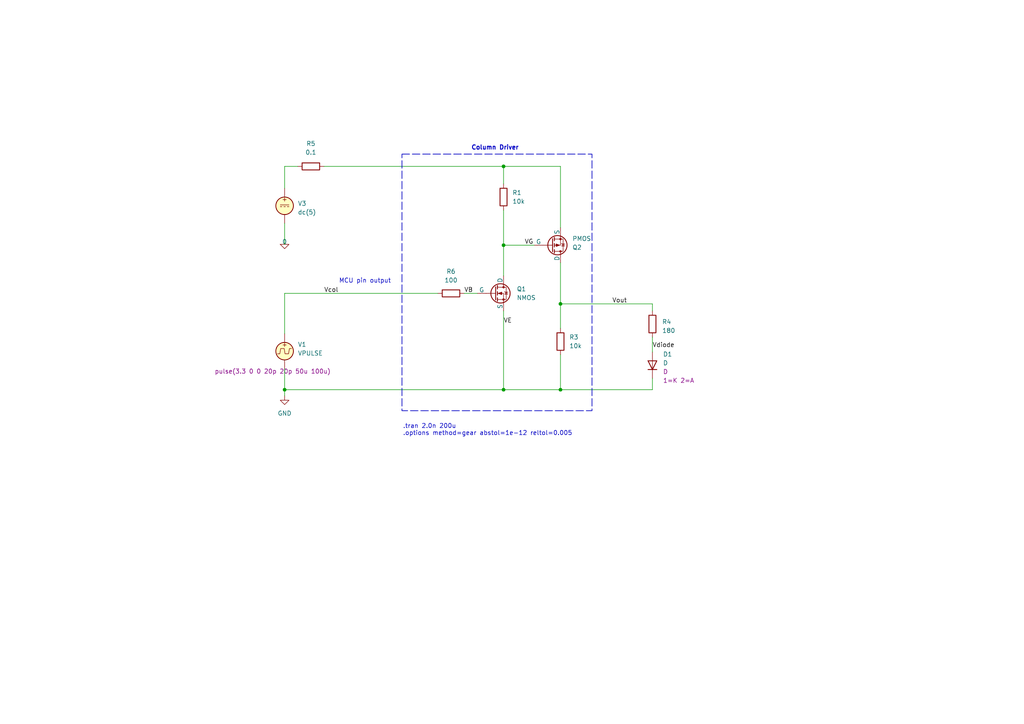
<source format=kicad_sch>
(kicad_sch (version 20250114) (generator "eeschema") (generator_version "9.0")
  (paper "A4")
  (lib_symbols
    (symbol "Device:R" (pin_numbers (hide yes)) (pin_names (offset 0))
      (property "Reference" "R" (at 2.032 0 90))
      (property "Value" "R" (at 0 0 90))
      (symbol "R_0_1"
        (rectangle (start -1.016 -2.54) (end 1.016 2.54) (stroke (width 0.254)))
      )
      (symbol "R_1_1"
        (pin passive line (at 0 3.81 270) (length 1.27) (name "~") (number "1"))
        (pin passive line (at 0 -3.81 90) (length 1.27) (name "~") (number "2"))
      )
    )
    (symbol "Simulation_SPICE:0" (power) (pin_names (offset 0))
      (property "Value" "0" (at 0 -1.778 0))
      (symbol "0_0_1"
        (polyline (pts (xy -1.27 0) (xy 0 -1.27) (xy 1.27 0) (xy -1.27 0)))
      )
      (symbol "0_1_1"
        (pin power_in line (at 0 0 0) (length 0) (hide yes) (name "0") (number "1"))
      )
    )
    (symbol "Simulation_SPICE:D" (pin_numbers (hide yes)) (pin_names (offset 1.016) (hide yes))
      (property "Reference" "D" (at 0 2.54 0))
      (property "Value" "D" (at 0 -2.54 0))
      (property "Sim.Device" "D" (at 0 0 0))
      (property "Sim.Pins" "1=K 2=A" (at 0 0 0))
      (symbol "D_0_1"
        (polyline (pts (xy -1.27 1.27) (xy -1.27 -1.27)) (stroke (width 0.254)))
        (polyline (pts (xy 1.27 1.27) (xy 1.27 -1.27) (xy -1.27 0) (xy 1.27 1.27)) (stroke (width 0.254)))
        (polyline (pts (xy 1.27 0) (xy -1.27 0)))
      )
      (symbol "D_1_1"
        (pin passive line (at -3.81 0 0) (length 2.54) (name "K") (number "1"))
        (pin passive line (at 3.81 0 180) (length 2.54) (name "A") (number "2"))
      )
    )
    (symbol "Simulation_SPICE:NMOS" (pin_numbers (hide yes)) (pin_names (offset 0))
      (property "Reference" "Q" (at 5.08 1.27 0))
      (property "Value" "NMOS" (at 5.08 -1.27 0))
      (symbol "NMOS_0_1"
        (polyline (pts (xy 0.254 1.905) (xy 0.254 -1.905)) (stroke (width 0.254)))
        (polyline (pts (xy 0.254 0) (xy -2.54 0)))
        (polyline (pts (xy 0.762 2.286) (xy 0.762 1.27)) (stroke (width 0.254)))
        (polyline (pts (xy 0.762 0.508) (xy 0.762 -0.508)) (stroke (width 0.254)))
        (polyline (pts (xy 0.762 -1.27) (xy 0.762 -2.286)) (stroke (width 0.254)))
        (polyline (pts (xy 0.762 -1.778) (xy 3.302 -1.778) (xy 3.302 1.778) (xy 0.762 1.778)))
        (polyline (pts (xy 1.016 0) (xy 2.032 0.381) (xy 2.032 -0.381) (xy 1.016 0)) (fill (type outline)))
        (circle (center 1.651 0) (radius 2.794) (stroke (width 0.254)))
        (polyline (pts (xy 2.54 2.54) (xy 2.54 1.778)))
        (circle (center 2.54 1.778) (radius 0.254) (fill (type outline)))
        (circle (center 2.54 -1.778) (radius 0.254) (fill (type outline)))
        (polyline (pts (xy 2.54 -2.54) (xy 2.54 0) (xy 0.762 0)))
        (polyline (pts (xy 2.794 0.508) (xy 2.921 0.381) (xy 3.683 0.381) (xy 3.81 0.254)))
        (polyline (pts (xy 3.302 0.381) (xy 2.921 -0.254) (xy 3.683 -0.254) (xy 3.302 0.381)))
      )
      (symbol "NMOS_1_1"
        (pin input line (at -5.08 0 0) (length 2.54) (name "G") (number "2"))
        (pin passive line (at 2.54 5.08 270) (length 2.54) (name "D") (number "1"))
        (pin passive line (at 2.54 -5.08 90) (length 2.54) (name "S") (number "3"))
      )
    )
    (symbol "Simulation_SPICE:PMOS" (pin_numbers (hide yes)) (pin_names (offset 0))
      (property "Reference" "Q" (at 5.08 1.27 0))
      (property "Value" "PMOS" (at 5.08 -1.27 0))
      (symbol "PMOS_0_1"
        (polyline (pts (xy 0.254 1.905) (xy 0.254 -1.905)) (stroke (width 0.254)))
        (polyline (pts (xy 0.254 0) (xy -2.54 0)))
        (polyline (pts (xy 0.762 2.286) (xy 0.762 1.27)) (stroke (width 0.254)))
        (polyline (pts (xy 0.762 1.778) (xy 3.302 1.778) (xy 3.302 -1.778) (xy 0.762 -1.778)))
        (polyline (pts (xy 0.762 0.508) (xy 0.762 -0.508)) (stroke (width 0.254)))
        (polyline (pts (xy 0.762 -1.27) (xy 0.762 -2.286)) (stroke (width 0.254)))
        (circle (center 1.651 0) (radius 2.794) (stroke (width 0.254)))
        (polyline (pts (xy 2.286 0) (xy 1.27 0.381) (xy 1.27 -0.381) (xy 2.286 0)) (fill (type outline)))
        (polyline (pts (xy 2.54 2.54) (xy 2.54 1.778)))
        (circle (center 2.54 1.778) (radius 0.254) (fill (type outline)))
        (circle (center 2.54 -1.778) (radius 0.254) (fill (type outline)))
        (polyline (pts (xy 2.54 -2.54) (xy 2.54 0) (xy 0.762 0)))
        (polyline (pts (xy 2.794 -0.508) (xy 2.921 -0.381) (xy 3.683 -0.381) (xy 3.81 -0.254)))
        (polyline (pts (xy 3.302 -0.381) (xy 2.921 0.254) (xy 3.683 0.254) (xy 3.302 -0.381)))
      )
      (symbol "PMOS_1_1"
        (pin input line (at -5.08 0 0) (length 2.54) (name "G") (number "2"))
        (pin passive line (at 2.54 5.08 270) (length 2.54) (name "D") (number "1"))
        (pin passive line (at 2.54 -5.08 90) (length 2.54) (name "S") (number "3"))
      )
    )
    (symbol "Simulation_SPICE:VDC" (pin_numbers (hide yes)) (pin_names (offset 0.0254))
      (property "Reference" "V" (at 2.54 2.54 0))
      (property "Value" "1" (at 2.54 0 0))
      (symbol "VDC_0_0"
        (polyline (pts (xy -1.27 0.254) (xy 1.27 0.254)))
        (polyline (pts (xy -0.762 -0.254) (xy -1.27 -0.254)))
        (polyline (pts (xy 0.254 -0.254) (xy -0.254 -0.254)))
        (polyline (pts (xy 1.27 -0.254) (xy 0.762 -0.254)))
        (text "+" (at 0 1.905 0) (effects (font (size 1.27 1.27))))
      )
      (symbol "VDC_0_1"
        (circle (center 0 0) (radius 2.54) (stroke (width 0.254)) (fill (type background)))
      )
      (symbol "VDC_1_1"
        (pin passive line (at 0 5.08 270) (length 2.54) (name "~") (number "1"))
        (pin passive line (at 0 -5.08 90) (length 2.54) (name "~") (number "2"))
      )
    )
    (symbol "Simulation_SPICE:VPULSE" (pin_numbers (hide yes)) (pin_names (offset 0.0254))
      (property "Reference" "V" (at 2.54 2.54 0))
      (property "Value" "VPULSE" (at 2.54 0 0))
      (property "Sim.Params" "y1=0 y2=1 td=2n tr=2n tf=2n tw=50n per=100n" (at 2.54 -2.54 0))
      (symbol "VPULSE_0_0"
        (polyline (pts (xy -2.032 -0.762) (xy -1.397 -0.762) (xy -1.143 0.762) (xy -0.127 0.762) (xy 0.127 -0.762) (xy 1.143 -0.762) (xy 1.397 0.762) (xy 2.032 0.762)))
        (text "+" (at 0 1.905 0) (effects (font (size 1.27 1.27))))
      )
      (symbol "VPULSE_0_1"
        (circle (center 0 0) (radius 2.54) (stroke (width 0.254)) (fill (type background)))
      )
      (symbol "VPULSE_1_1"
        (pin passive line (at 0 5.08 270) (length 2.54) (name "~") (number "1"))
        (pin passive line (at 0 -5.08 90) (length 2.54) (name "~") (number "2"))
      )
    )
    (symbol "power:GND" (power) (pin_names (offset 0))
      (property "Value" "GND" (at 0 -3.81 0))
      (symbol "GND_0_1"
        (polyline (pts (xy 0 0) (xy 0 -1.27) (xy 1.27 -1.27) (xy 0 -2.54) (xy -1.27 -1.27) (xy 0 -1.27)))
      )
      (symbol "GND_1_1"
        (pin power_in line (at 0 0 270) (length 0) (hide yes) (name "GND") (number "1"))
      )
    )
  )
  (rectangle (start 116.586 44.704) (end 171.704 119.126) (stroke (width 0.2) (type dash)))
  (text "MCU pin output" (at 98.298 82.296 0) (effects (font (size 1.27 1.27)) (justify left bottom)))
  (text ".tran 2.0n 200u\n.options method=gear abstol=1e-12 reltol=0.005" (at 116.84 126.492 0) (effects (font (size 1.27 1.27)) (justify left bottom)))
  (text "Column Driver" (at 136.652 43.688 0) (effects (font (size 1.27 1.27) (thickness 0.254) (bold yes)) (justify left bottom)))
  (junction (at 146.05 48.26))
  (junction (at 82.55 113.03))
  (junction (at 146.05 71.12))
  (junction (at 162.56 113.03))
  (junction (at 162.56 88.138))
  (junction (at 146.05 113.03))
  (wire (pts (xy 82.55 113.03) (xy 82.55 114.808)))
  (wire (pts (xy 162.56 48.26) (xy 162.56 66.04)))
  (wire (pts (xy 189.23 109.728) (xy 189.23 113.03)))
  (wire (pts (xy 162.56 113.03) (xy 189.23 113.03)))
  (wire (pts (xy 93.98 48.26) (xy 146.05 48.26)))
  (wire (pts (xy 162.56 88.138) (xy 189.23 88.138)))
  (wire (pts (xy 146.05 113.03) (xy 162.56 113.03)))
  (wire (pts (xy 146.05 90.17) (xy 146.05 113.03)))
  (wire (pts (xy 134.62 85.09) (xy 138.43 85.09)))
  (wire (pts (xy 189.23 97.79) (xy 189.23 102.108)))
  (wire (pts (xy 82.55 106.934) (xy 82.55 113.03)))
  (wire (pts (xy 146.05 71.12) (xy 146.05 80.01)))
  (wire (pts (xy 82.55 85.09) (xy 82.55 96.774)))
  (wire (pts (xy 146.05 71.12) (xy 146.05 60.96)))
  (wire (pts (xy 146.05 48.26) (xy 162.56 48.26)))
  (wire (pts (xy 189.23 88.138) (xy 189.23 90.17)))
  (wire (pts (xy 162.56 88.138) (xy 162.56 95.25)))
  (wire (pts (xy 82.55 54.61) (xy 82.55 48.26)))
  (wire (pts (xy 162.56 76.2) (xy 162.56 88.138)))
  (wire (pts (xy 82.55 113.03) (xy 146.05 113.03)))
  (wire (pts (xy 82.55 48.26) (xy 86.36 48.26)))
  (wire (pts (xy 146.05 48.26) (xy 146.05 53.34)))
  (wire (pts (xy 146.05 71.12) (xy 154.94 71.12)))
  (wire (pts (xy 82.55 64.77) (xy 82.55 70.866)))
  (wire (pts (xy 82.55 85.09) (xy 127 85.09)))
  (wire (pts (xy 162.56 102.87) (xy 162.56 113.03)))
  (label "Vout" (at 177.546 88.138 0))
  (label "VE" (at 146.05 93.98 0))
  (label "VG" (at 152.146 71.12 0))
  (label "VB" (at 134.62 85.09 0))
  (label "Vdiode" (at 189.23 101.092 0))
  (label "Vcol" (at 93.98 85.09 0))
  (symbol (lib_id "Device:R") (at 162.56 99.06 0) (unit 1)
    (property "Reference" "R3" (at 165.1 97.7899 0) (effects (justify left)))
    (property "Value" "10k" (at 165.1 100.3299 0) (effects (justify left)))
  )
  (symbol (lib_id "Simulation_SPICE:PMOS") (at 160.02 71.12 0) (mirror x) (unit 1)
    (property "Reference" "Q2" (at 165.989 71.755 0) (effects (justify left)))
    (property "Value" "PMOS" (at 165.989 69.215 0) (effects (justify left)))
    (property "Datasheet" "https://ngspice.sourceforge.io/docs/ngspice-manual.pdf" (effects (hide yes)))
    (property "Sim.Device" "SUBCKT" (effects (hide yes)))
    (property "Sim.Pins" "1=10 2=20 3=30" (effects (hide yes)))
    (property "Sim.Library" "DMC2400UV.spice.txt" (effects (hide yes)))
    (property "Sim.Name" "DMC2400UV_PMOS" (effects (hide yes)))
  )
  (symbol (lib_id "Device:R") (at 146.05 57.15 0) (unit 1)
    (property "Reference" "R1" (at 148.59 55.8799 0) (effects (justify left)))
    (property "Value" "10k" (at 148.59 58.4199 0) (effects (justify left)))
  )
  (symbol (lib_id "Simulation_SPICE:NMOS") (at 143.51 85.09 0) (unit 1)
    (property "Reference" "Q1" (at 149.86 83.8199 0) (effects (justify left)))
    (property "Value" "NMOS" (at 149.86 86.3599 0) (effects (justify left)))
    (property "Datasheet" "https://ngspice.sourceforge.io/docs/ngspice-html-manual/manual.xhtml#cha_MOSFETs" (effects (hide yes)))
    (property "Description" "N-MOSFET transistor, drain/source/gate" (effects (hide yes)))
    (property "Sim.Device" "NMOS" (effects (hide yes)))
    (property "Sim.Type" "VDMOS" (effects (hide yes)))
    (property "Sim.Pins" "1=D 2=G 3=S" (effects (hide yes)))
  )
  (symbol (lib_id "Simulation_SPICE:0") (at 82.55 70.866 0) (unit 1)
    (property "Reference" "#GND02" (effects (hide yes)))
    (property "Value" "0" (at 82.55 70.104 0))
  )
  (symbol (lib_id "Device:R") (at 189.23 93.98 0) (unit 1)
    (property "Reference" "R4" (at 192.024 93.345 0) (effects (justify left)))
    (property "Value" "180" (at 192.024 95.885 0) (effects (justify left)))
  )
  (symbol (lib_id "Device:R") (at 90.17 48.26 90) (unit 1)
    (property "Reference" "R5" (at 90.17 41.656 90))
    (property "Value" "0.1" (at 90.17 44.196 90))
  )
  (symbol (lib_id "Simulation_SPICE:VDC") (at 82.55 59.69 0) (unit 1)
    (property "Reference" "V3" (at 86.36 59.0192 0) (effects (justify left)))
    (property "Value" "dc(5)" (at 86.36 61.5592 0) (effects (justify left)))
    (property "Sim.Pins" "1=+ 2=-" (effects (hide yes)))
    (property "Sim.Type" "DC" (effects (hide yes)))
    (property "Sim.Device" "V" (effects (hide yes)))
  )
  (symbol (lib_id "Device:R") (at 130.81 85.09 90) (unit 1)
    (property "Reference" "R6" (at 130.81 78.74 90))
    (property "Value" "100" (at 130.81 81.28 90))
  )
  (symbol (lib_id "Simulation_SPICE:VPULSE") (at 82.55 101.854 0) (unit 1)
    (property "Reference" "V1" (at 86.36 99.9132 0) (effects (justify left)))
    (property "Value" "VPULSE" (at 86.36 102.4532 0) (effects (justify left)))
    (property "Sim.Pins" "1=+ 2=-" (effects (hide yes)))
    (property "Sim.Type" "PULSE" (effects (hide yes)))
    (property "Sim.Device" "V" (effects (hide yes)))
    (property "Sim.Params" "pulse(3.3 0 0 20p 20p 50u 100u)" (at 62.23 107.696 0) (effects (justify left)))
  )
  (symbol (lib_id "power:GND") (at 82.55 114.808 0) (unit 1)
    (property "Reference" "#PWR01" (effects (hide yes)))
    (property "Value" "GND" (at 82.55 119.888 0))
  )
  (symbol (lib_id "Simulation_SPICE:D") (at 189.23 105.918 90) (unit 1)
    (property "Reference" "D1" (at 192.278 102.743 90) (effects (justify right)))
    (property "Value" "D" (at 192.278 105.283 90) (effects (justify right)))
    (property "Sim.Device" "D" (at 192.278 107.823 90) (effects (justify right)))
    (property "Sim.Pins" "1=K 2=A" (at 192.278 110.363 90) (effects (justify right)))
    (property "Sim.Params" "is=23.4p rs=0 n=3.94" (effects (hide yes)))
  )
)
</source>
